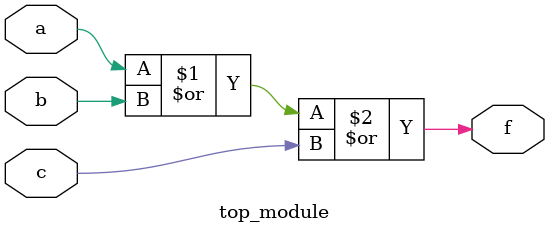
<source format=v>
module top_module(
    input a,
    input b,
    input c,
    output f);
    assign f = (a | b | c);   // obtained by simplifying the kmap, here you get the same result for both SOP and POS forms
endmodule

</source>
